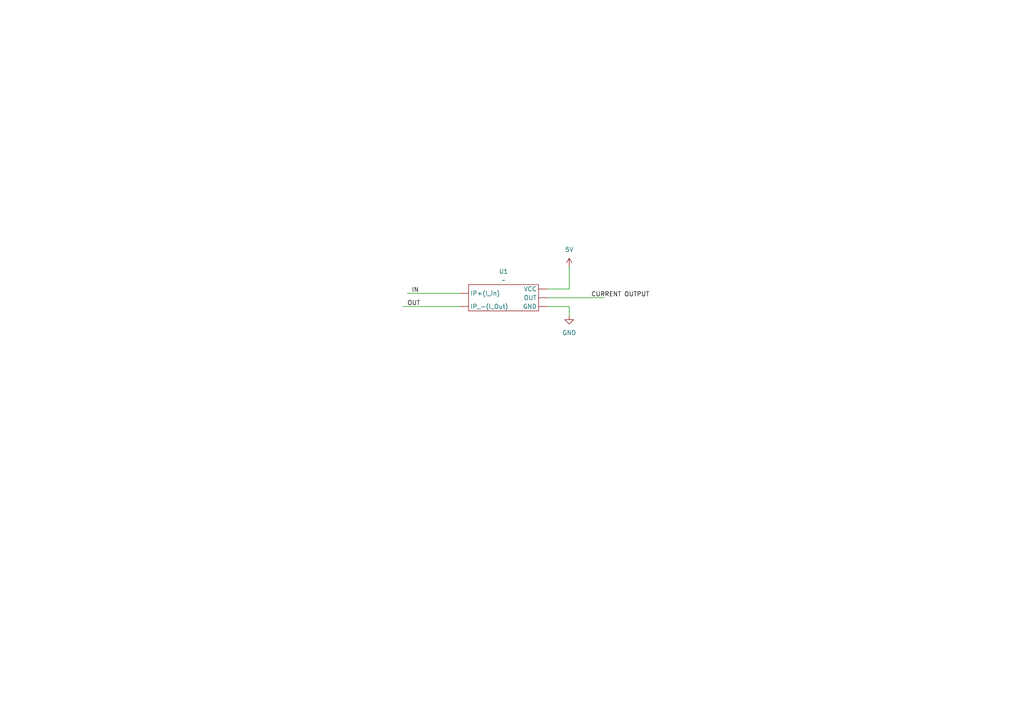
<source format=kicad_sch>
(kicad_sch (version 20250114) (generator "eeschema") (generator_version "9.0")
  (paper "A4")
  (lib_symbols
    (symbol "ASC712_current_sensor:ASC712_Current_sensor"
      (property "Reference" "U" (at 0 0 0))
      (symbol "ASC712_Current_sensor_0_1"
        (rectangle (start 0 7.62) (end 20.32 0))
      )
      (symbol "ASC712_Current_sensor_1_1"
        (pin input line (at -2.54 5.08 0) (length 2.54) (name "IP+(I_in)") (number ""))
        (pin input line (at -2.54 1.27 0) (length 2.54) (name "IP_-(I_Out)") (number ""))
        (pin input line (at 22.86 6.35 180) (length 2.54) (name "VCC") (number ""))
        (pin input line (at 22.86 3.81 180) (length 2.54) (name "OUT") (number ""))
        (pin input line (at 22.86 1.27 180) (length 2.54) (name "GND") (number ""))
      )
    )
    (symbol "power:GND" (power) (pin_numbers (hide yes)) (pin_names (offset 0) (hide yes))
      (property "Value" "GND" (at 0 -3.81 0))
      (symbol "GND_0_1"
        (polyline (pts (xy 0 0) (xy 0 -1.27) (xy 1.27 -1.27) (xy 0 -2.54) (xy -1.27 -1.27) (xy 0 -1.27)))
      )
      (symbol "GND_1_1"
        (pin power_in line (at 0 0 270) (length 0) (name "~") (number "1"))
      )
    )
    (symbol "power:VCC" (power) (pin_numbers (hide yes)) (pin_names (offset 0) (hide yes))
      (property "Value" "VCC" (at 0 3.556 0))
      (symbol "VCC_0_1"
        (polyline (pts (xy -0.762 1.27) (xy 0 2.54)))
        (polyline (pts (xy 0 2.54) (xy 0.762 1.27)))
        (polyline (pts (xy 0 0) (xy 0 2.54)))
      )
      (symbol "VCC_1_1"
        (pin power_in line (at 0 0 90) (length 0) (name "~") (number "1"))
      )
    )
  )
  (wire (pts (xy 116.84 88.9) (xy 133.35 88.9)))
  (wire (pts (xy 158.75 88.9) (xy 165.1 88.9)))
  (wire (pts (xy 165.1 88.9) (xy 165.1 91.44)))
  (wire (pts (xy 158.75 86.36) (xy 175.26 86.36)))
  (wire (pts (xy 158.75 83.82) (xy 165.1 83.82)))
  (wire (pts (xy 165.1 83.82) (xy 165.1 77.47)))
  (wire (pts (xy 118.11 85.09) (xy 133.35 85.09)))
  (label "IN" (at 119.38 85.09 0))
  (label "CURRENT OUTPUT" (at 171.45 86.36 0))
  (label "OUT" (at 118.11 88.9 0))
  (symbol (lib_id "power:GND") (at 165.1 91.44 0) (unit 1)
    (property "Reference" "#PWR01" (effects (hide yes)))
    (property "Value" "GND" (at 165.1 96.52 0))
    (property "Description" "Power symbol creates a global label with name \"GND\" , ground" (effects (hide yes)))
  )
  (symbol (lib_id "power:VCC") (at 165.1 77.47 0) (unit 1)
    (property "Reference" "#PWR02" (effects (hide yes)))
    (property "Value" "5V" (at 165.1 72.39 0))
    (property "Description" "Power symbol creates a global label with name \"VCC\"" (effects (hide yes)))
  )
  (symbol (lib_id "ASC712_current_sensor:ASC712_Current_sensor") (at 135.89 90.17 0) (unit 1)
    (property "Reference" "U1" (at 146.05 78.74 0))
    (property "Value" "~" (at 146.05 81.28 0))
  )
)
</source>
